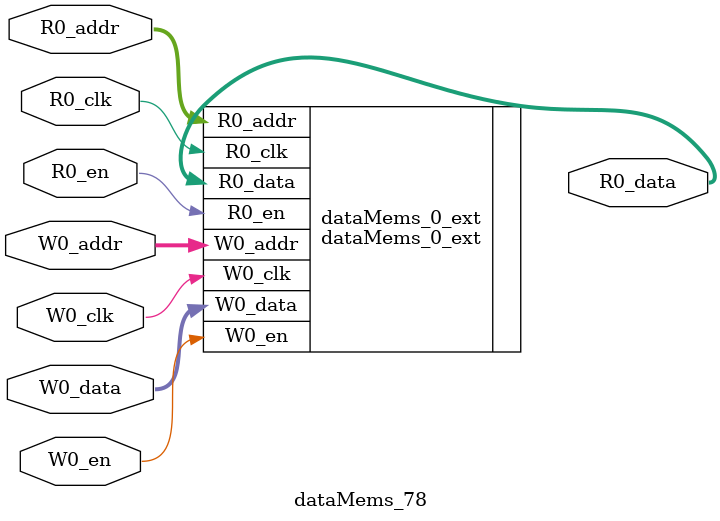
<source format=sv>
`ifndef RANDOMIZE
  `ifdef RANDOMIZE_REG_INIT
    `define RANDOMIZE
  `endif // RANDOMIZE_REG_INIT
`endif // not def RANDOMIZE
`ifndef RANDOMIZE
  `ifdef RANDOMIZE_MEM_INIT
    `define RANDOMIZE
  `endif // RANDOMIZE_MEM_INIT
`endif // not def RANDOMIZE

`ifndef RANDOM
  `define RANDOM $random
`endif // not def RANDOM

// Users can define 'PRINTF_COND' to add an extra gate to prints.
`ifndef PRINTF_COND_
  `ifdef PRINTF_COND
    `define PRINTF_COND_ (`PRINTF_COND)
  `else  // PRINTF_COND
    `define PRINTF_COND_ 1
  `endif // PRINTF_COND
`endif // not def PRINTF_COND_

// Users can define 'ASSERT_VERBOSE_COND' to add an extra gate to assert error printing.
`ifndef ASSERT_VERBOSE_COND_
  `ifdef ASSERT_VERBOSE_COND
    `define ASSERT_VERBOSE_COND_ (`ASSERT_VERBOSE_COND)
  `else  // ASSERT_VERBOSE_COND
    `define ASSERT_VERBOSE_COND_ 1
  `endif // ASSERT_VERBOSE_COND
`endif // not def ASSERT_VERBOSE_COND_

// Users can define 'STOP_COND' to add an extra gate to stop conditions.
`ifndef STOP_COND_
  `ifdef STOP_COND
    `define STOP_COND_ (`STOP_COND)
  `else  // STOP_COND
    `define STOP_COND_ 1
  `endif // STOP_COND
`endif // not def STOP_COND_

// Users can define INIT_RANDOM as general code that gets injected into the
// initializer block for modules with registers.
`ifndef INIT_RANDOM
  `define INIT_RANDOM
`endif // not def INIT_RANDOM

// If using random initialization, you can also define RANDOMIZE_DELAY to
// customize the delay used, otherwise 0.002 is used.
`ifndef RANDOMIZE_DELAY
  `define RANDOMIZE_DELAY 0.002
`endif // not def RANDOMIZE_DELAY

// Define INIT_RANDOM_PROLOG_ for use in our modules below.
`ifndef INIT_RANDOM_PROLOG_
  `ifdef RANDOMIZE
    `ifdef VERILATOR
      `define INIT_RANDOM_PROLOG_ `INIT_RANDOM
    `else  // VERILATOR
      `define INIT_RANDOM_PROLOG_ `INIT_RANDOM #`RANDOMIZE_DELAY begin end
    `endif // VERILATOR
  `else  // RANDOMIZE
    `define INIT_RANDOM_PROLOG_
  `endif // RANDOMIZE
`endif // not def INIT_RANDOM_PROLOG_

// Include register initializers in init blocks unless synthesis is set
`ifndef SYNTHESIS
  `ifndef ENABLE_INITIAL_REG_
    `define ENABLE_INITIAL_REG_
  `endif // not def ENABLE_INITIAL_REG_
`endif // not def SYNTHESIS

// Include rmemory initializers in init blocks unless synthesis is set
`ifndef SYNTHESIS
  `ifndef ENABLE_INITIAL_MEM_
    `define ENABLE_INITIAL_MEM_
  `endif // not def ENABLE_INITIAL_MEM_
`endif // not def SYNTHESIS

module dataMems_78(	// @[generators/ara/src/main/scala/UnsafeAXI4ToTL.scala:365:62]
  input  [4:0]  R0_addr,
  input         R0_en,
  input         R0_clk,
  output [66:0] R0_data,
  input  [4:0]  W0_addr,
  input         W0_en,
  input         W0_clk,
  input  [66:0] W0_data
);

  dataMems_0_ext dataMems_0_ext (	// @[generators/ara/src/main/scala/UnsafeAXI4ToTL.scala:365:62]
    .R0_addr (R0_addr),
    .R0_en   (R0_en),
    .R0_clk  (R0_clk),
    .R0_data (R0_data),
    .W0_addr (W0_addr),
    .W0_en   (W0_en),
    .W0_clk  (W0_clk),
    .W0_data (W0_data)
  );
endmodule


</source>
